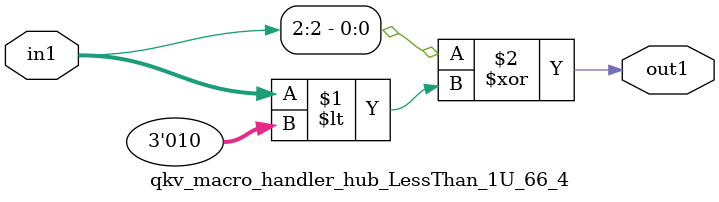
<source format=v>

`timescale 1ps / 1ps


module qkv_macro_handler_hub_LessThan_1U_66_4( in1, out1 );

    input [2:0] in1;
    output out1;

    
    // rtl_process:qkv_macro_handler_hub_LessThan_1U_66_4/qkv_macro_handler_hub_LessThan_1U_66_4_thread_1
    assign out1 = (in1[2] ^ in1 < 3'd2);

endmodule


</source>
